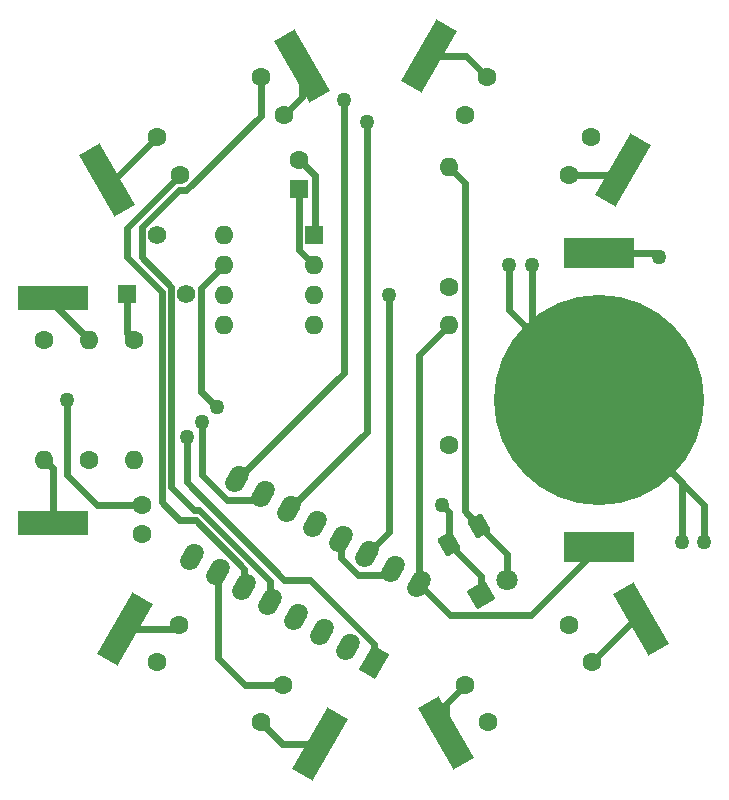
<source format=gbl>
G04 #@! TF.GenerationSoftware,KiCad,Pcbnew,7.0.9*
G04 #@! TF.CreationDate,2024-02-04T19:54:09+01:00*
G04 #@! TF.ProjectId,Toolbox,546f6f6c-626f-4782-9e6b-696361645f70,rev?*
G04 #@! TF.SameCoordinates,Original*
G04 #@! TF.FileFunction,Copper,L2,Bot*
G04 #@! TF.FilePolarity,Positive*
%FSLAX46Y46*%
G04 Gerber Fmt 4.6, Leading zero omitted, Abs format (unit mm)*
G04 Created by KiCad (PCBNEW 7.0.9) date 2024-02-04 19:54:09*
%MOMM*%
%LPD*%
G01*
G04 APERTURE LIST*
G04 Aperture macros list*
%AMRoundRect*
0 Rectangle with rounded corners*
0 $1 Rounding radius*
0 $2 $3 $4 $5 $6 $7 $8 $9 X,Y pos of 4 corners*
0 Add a 4 corners polygon primitive as box body*
4,1,4,$2,$3,$4,$5,$6,$7,$8,$9,$2,$3,0*
0 Add four circle primitives for the rounded corners*
1,1,$1+$1,$2,$3*
1,1,$1+$1,$4,$5*
1,1,$1+$1,$6,$7*
1,1,$1+$1,$8,$9*
0 Add four rect primitives between the rounded corners*
20,1,$1+$1,$2,$3,$4,$5,0*
20,1,$1+$1,$4,$5,$6,$7,0*
20,1,$1+$1,$6,$7,$8,$9,0*
20,1,$1+$1,$8,$9,$2,$3,0*%
%AMHorizOval*
0 Thick line with rounded ends*
0 $1 width*
0 $2 $3 position (X,Y) of the first rounded end (center of the circle)*
0 $4 $5 position (X,Y) of the second rounded end (center of the circle)*
0 Add line between two ends*
20,1,$1,$2,$3,$4,$5,0*
0 Add two circle primitives to create the rounded ends*
1,1,$1,$2,$3*
1,1,$1,$4,$5*%
%AMRotRect*
0 Rectangle, with rotation*
0 The origin of the aperture is its center*
0 $1 length*
0 $2 width*
0 $3 Rotation angle, in degrees counterclockwise*
0 Add horizontal line*
21,1,$1,$2,0,0,$3*%
G04 Aperture macros list end*
G04 #@! TA.AperFunction,SMDPad,CuDef*
%ADD10R,6.000000X2.000000*%
G04 #@! TD*
G04 #@! TA.AperFunction,SMDPad,CuDef*
%ADD11R,6.000000X2.650000*%
G04 #@! TD*
G04 #@! TA.AperFunction,SMDPad,CuDef*
%ADD12C,17.800000*%
G04 #@! TD*
G04 #@! TA.AperFunction,SMDPad,CuDef*
%ADD13RotRect,2.000000X6.000000X30.000000*%
G04 #@! TD*
G04 #@! TA.AperFunction,SMDPad,CuDef*
%ADD14RotRect,2.000000X6.000000X210.000000*%
G04 #@! TD*
G04 #@! TA.AperFunction,SMDPad,CuDef*
%ADD15RotRect,2.000000X6.000000X330.000000*%
G04 #@! TD*
G04 #@! TA.AperFunction,SMDPad,CuDef*
%ADD16RotRect,2.000000X6.000000X150.000000*%
G04 #@! TD*
G04 #@! TA.AperFunction,ComponentPad*
%ADD17C,1.600000*%
G04 #@! TD*
G04 #@! TA.AperFunction,ComponentPad*
%ADD18R,1.600000X1.600000*%
G04 #@! TD*
G04 #@! TA.AperFunction,ComponentPad*
%ADD19HorizOval,1.600000X0.000000X0.000000X0.000000X0.000000X0*%
G04 #@! TD*
G04 #@! TA.AperFunction,ComponentPad*
%ADD20HorizOval,1.600000X0.000000X0.000000X0.000000X0.000000X0*%
G04 #@! TD*
G04 #@! TA.AperFunction,ComponentPad*
%ADD21HorizOval,1.600000X0.000000X0.000000X0.000000X0.000000X0*%
G04 #@! TD*
G04 #@! TA.AperFunction,ComponentPad*
%ADD22O,1.600000X1.600000*%
G04 #@! TD*
G04 #@! TA.AperFunction,SMDPad,CuDef*
%ADD23RoundRect,0.250001X-0.088036X-0.772515X0.713035X-0.310016X0.088036X0.772515X-0.713035X0.310016X0*%
G04 #@! TD*
G04 #@! TA.AperFunction,ComponentPad*
%ADD24RotRect,2.400000X1.600000X60.000000*%
G04 #@! TD*
G04 #@! TA.AperFunction,ComponentPad*
%ADD25HorizOval,1.600000X0.200000X0.346410X-0.200000X-0.346410X0*%
G04 #@! TD*
G04 #@! TA.AperFunction,ComponentPad*
%ADD26R,1.560000X1.560000*%
G04 #@! TD*
G04 #@! TA.AperFunction,ComponentPad*
%ADD27C,1.560000*%
G04 #@! TD*
G04 #@! TA.AperFunction,ComponentPad*
%ADD28C,1.800000*%
G04 #@! TD*
G04 #@! TA.AperFunction,ComponentPad*
%ADD29RotRect,1.800000X1.800000X30.000000*%
G04 #@! TD*
G04 #@! TA.AperFunction,ComponentPad*
%ADD30HorizOval,1.600000X0.000000X0.000000X0.000000X0.000000X0*%
G04 #@! TD*
G04 #@! TA.AperFunction,ViaPad*
%ADD31C,1.260000*%
G04 #@! TD*
G04 #@! TA.AperFunction,Conductor*
%ADD32C,0.600000*%
G04 #@! TD*
G04 APERTURE END LIST*
D10*
X72790000Y-110400000D03*
D11*
X119050000Y-112450000D03*
X119050000Y-87550000D03*
D12*
X119050000Y-100000000D03*
D13*
X122598442Y-118573097D03*
D14*
X93881558Y-71766903D03*
D15*
X78908442Y-119443097D03*
D14*
X77401558Y-81426903D03*
D16*
X104611558Y-70896903D03*
X121091558Y-80556903D03*
D13*
X106118442Y-128233097D03*
D10*
X72790000Y-91340000D03*
D15*
X95388442Y-129103097D03*
D17*
X93650000Y-79680000D03*
D18*
X93650000Y-82180000D03*
D19*
X90383818Y-127305000D03*
D17*
X81585000Y-122225000D03*
X109616182Y-127305000D03*
D20*
X118415000Y-122225000D03*
D21*
X83490000Y-119050000D03*
D17*
X92288818Y-124130000D03*
D20*
X92334409Y-75870000D03*
D17*
X83535591Y-80950000D03*
D22*
X106350000Y-93650000D03*
D17*
X106350000Y-103810000D03*
D23*
X108908213Y-110686250D03*
X106331787Y-112173750D03*
D17*
X79680000Y-94920000D03*
D22*
X79680000Y-105080000D03*
D24*
X100000000Y-122225000D03*
D25*
X97800295Y-120955000D03*
X95600591Y-119685000D03*
X93400886Y-118415000D03*
X91201182Y-117145000D03*
X89001477Y-115875000D03*
X86801773Y-114605000D03*
X84602068Y-113335000D03*
X88412068Y-106735886D03*
X90611773Y-108005886D03*
X92811477Y-109275886D03*
X95011182Y-110545886D03*
X97210886Y-111815886D03*
X99410591Y-113085886D03*
X101610295Y-114355886D03*
X103810000Y-115625886D03*
D22*
X106350000Y-80315000D03*
D17*
X106350000Y-90475000D03*
X72060000Y-94920000D03*
D22*
X72060000Y-105080000D03*
D18*
X94910000Y-86040000D03*
D22*
X94910000Y-88580000D03*
X94910000Y-91120000D03*
X94910000Y-93660000D03*
X87290000Y-93660000D03*
X87290000Y-91120000D03*
X87290000Y-88580000D03*
X87290000Y-86040000D03*
D17*
X107711182Y-75870000D03*
D19*
X116510000Y-80950000D03*
D26*
X79085000Y-91030000D03*
D27*
X81585000Y-86030000D03*
X84085000Y-91030000D03*
D22*
X75870000Y-94920000D03*
D17*
X75870000Y-105080000D03*
D28*
X111255523Y-115242500D03*
D29*
X109055818Y-116512500D03*
D30*
X81585000Y-77775000D03*
D17*
X90383818Y-72695000D03*
D30*
X107711182Y-124130000D03*
D17*
X116510000Y-119050000D03*
X118369409Y-77775000D03*
D21*
X109570591Y-72695000D03*
D17*
X80315000Y-111390000D03*
X80315000Y-108890000D03*
D31*
X127940000Y-112065000D03*
X126035000Y-112065000D03*
X111430000Y-88570000D03*
X113335000Y-88570000D03*
X105715000Y-108890000D03*
X101270000Y-91110000D03*
X99365000Y-76505000D03*
X86665000Y-100635000D03*
X85395000Y-101905000D03*
X97460000Y-74600000D03*
X73965000Y-100000000D03*
X84125000Y-103175000D03*
X124130000Y-87935000D03*
D32*
X127940000Y-108890000D02*
X119050000Y-100000000D01*
X127940000Y-112065000D02*
X127940000Y-108890000D01*
X126035000Y-112065000D02*
X126035000Y-106985000D01*
X126035000Y-106985000D02*
X119050000Y-100000000D01*
X111430000Y-92380000D02*
X119050000Y-100000000D01*
X111430000Y-88570000D02*
X111430000Y-92380000D01*
X113335000Y-88570000D02*
X113335000Y-94285000D01*
X113335000Y-94285000D02*
X119050000Y-100000000D01*
X106331787Y-109506787D02*
X105715000Y-108890000D01*
X106331787Y-112173750D02*
X106331787Y-109506787D01*
X107650000Y-81615000D02*
X106350000Y-80315000D01*
X107650000Y-109428037D02*
X107650000Y-81615000D01*
X108908213Y-110686250D02*
X107650000Y-109428037D01*
X103810000Y-96190000D02*
X106350000Y-93650000D01*
X103810000Y-115625886D02*
X103810000Y-96190000D01*
X97210886Y-113405521D02*
X97210886Y-111815886D01*
X98632733Y-114827368D02*
X97210886Y-113405521D01*
X101610295Y-114355886D02*
X101138813Y-114827368D01*
X101138813Y-114827368D02*
X98632733Y-114827368D01*
X101270000Y-111226477D02*
X101270000Y-91110000D01*
X99410591Y-113085886D02*
X101270000Y-111226477D01*
X99365000Y-102722363D02*
X99365000Y-76505000D01*
X92811477Y-109275886D02*
X99365000Y-102722363D01*
X85365000Y-99335000D02*
X86665000Y-100635000D01*
X85365000Y-95585000D02*
X85365000Y-99335000D01*
X85395000Y-106350000D02*
X85395000Y-101905000D01*
X87522368Y-108477368D02*
X85395000Y-106350000D01*
X90140291Y-108477368D02*
X87522368Y-108477368D01*
X90611773Y-108005886D02*
X90140291Y-108477368D01*
X97460000Y-97687954D02*
X97460000Y-74600000D01*
X88412068Y-106735886D02*
X97460000Y-97687954D01*
X113258077Y-118241923D02*
X106426037Y-118241923D01*
X119050000Y-112450000D02*
X113258077Y-118241923D01*
X106426037Y-118241923D02*
X103810000Y-115625886D01*
X76505000Y-108890000D02*
X80315000Y-108890000D01*
X73965000Y-100000000D02*
X73965000Y-106350000D01*
X73965000Y-106350000D02*
X76505000Y-108890000D01*
X84125000Y-106985000D02*
X84125000Y-103175000D01*
X92380000Y-115240000D02*
X84125000Y-106985000D01*
X100000000Y-120635365D02*
X94604635Y-115240000D01*
X94604635Y-115240000D02*
X92380000Y-115240000D01*
X100000000Y-122225000D02*
X100000000Y-120635365D01*
X109055818Y-114897781D02*
X106331787Y-112173750D01*
X109055818Y-116512500D02*
X109055818Y-114897781D01*
X111255523Y-113033560D02*
X108908213Y-110686250D01*
X111255523Y-115242500D02*
X111255523Y-113033560D01*
X85365000Y-90505000D02*
X85365000Y-95585000D01*
X87290000Y-88580000D02*
X85365000Y-90505000D01*
X93610000Y-82220000D02*
X93650000Y-82180000D01*
X93610000Y-87280000D02*
X93610000Y-82220000D01*
X94910000Y-88580000D02*
X93610000Y-87280000D01*
X94950000Y-86000000D02*
X94910000Y-86040000D01*
X94950000Y-80980000D02*
X94950000Y-86000000D01*
X93650000Y-79680000D02*
X94950000Y-80980000D01*
X90383818Y-75961182D02*
X90383818Y-72695000D01*
X84095000Y-82250000D02*
X90383818Y-75961182D01*
X83460000Y-82250000D02*
X84095000Y-82250000D01*
X80305000Y-85405000D02*
X83460000Y-82250000D01*
X80305000Y-87925000D02*
X80305000Y-85405000D01*
X82805000Y-90425000D02*
X80305000Y-87925000D01*
X82805000Y-107405000D02*
X82805000Y-90425000D01*
X84760000Y-109360000D02*
X82805000Y-107405000D01*
X85207483Y-109360000D02*
X84760000Y-109360000D01*
X91201182Y-115353699D02*
X85207483Y-109360000D01*
X91201182Y-117145000D02*
X91201182Y-115353699D01*
X79045000Y-85440591D02*
X83535591Y-80950000D01*
X79045000Y-87935000D02*
X79045000Y-85440591D01*
X82005000Y-90895000D02*
X79045000Y-87935000D01*
X82005000Y-108675000D02*
X82005000Y-90895000D01*
X83490000Y-110160000D02*
X82005000Y-108675000D01*
X84876113Y-110160000D02*
X83490000Y-110160000D01*
X89001477Y-114285364D02*
X84876113Y-110160000D01*
X89001477Y-115875000D02*
X89001477Y-114285364D01*
X86801773Y-121884477D02*
X89047296Y-124130000D01*
X86801773Y-114605000D02*
X86801773Y-121884477D01*
X89047296Y-124130000D02*
X92288818Y-124130000D01*
X79085000Y-94325000D02*
X79680000Y-94920000D01*
X79085000Y-91030000D02*
X79085000Y-94325000D01*
X122066903Y-118573097D02*
X118415000Y-122225000D01*
X122598442Y-118573097D02*
X122066903Y-118573097D01*
X106118442Y-125722740D02*
X107711182Y-124130000D01*
X106118442Y-128233097D02*
X106118442Y-125722740D01*
X92181915Y-129103097D02*
X90383818Y-127305000D01*
X95388442Y-129103097D02*
X92181915Y-129103097D01*
X83096903Y-119443097D02*
X83490000Y-119050000D01*
X78908442Y-119443097D02*
X83096903Y-119443097D01*
X72790000Y-110400000D02*
X72790000Y-105810000D01*
X72790000Y-105810000D02*
X72060000Y-105080000D01*
X72790000Y-91840000D02*
X75870000Y-94920000D01*
X72790000Y-91340000D02*
X72790000Y-91840000D01*
X93881558Y-71766903D02*
X93881558Y-74322851D01*
X93881558Y-74322851D02*
X92334409Y-75870000D01*
X77933097Y-81426903D02*
X81585000Y-77775000D01*
X77401558Y-81426903D02*
X77933097Y-81426903D01*
X116510000Y-80950000D02*
X120698461Y-80950000D01*
X120698461Y-80950000D02*
X121091558Y-80556903D01*
X107772494Y-70896903D02*
X109570591Y-72695000D01*
X104611558Y-70896903D02*
X107772494Y-70896903D01*
X123745000Y-87550000D02*
X124130000Y-87935000D01*
X119050000Y-87550000D02*
X123745000Y-87550000D01*
M02*

</source>
